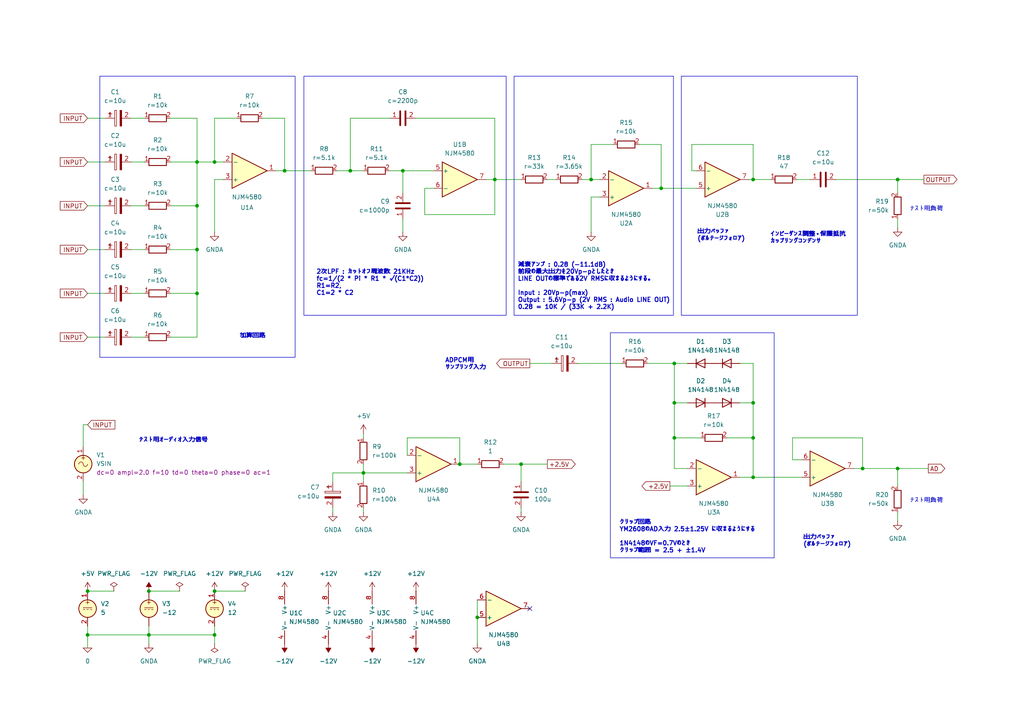
<source format=kicad_sch>
(kicad_sch (version 20250114) (generator "eeschema") (generator_version "9.0")
  (paper "A4")
  (title_block (title "YM2608用オーディオ回路シミュレーション") (date "2025-07-20"))
  (lib_symbols
    (symbol "Amplifier_Operational:NJM4580" (pin_names (offset 0.127))
      (property "Reference" "U" (at 0 5.08 0))
      (property "Value" "NJM4580" (at 0 -5.08 0))
      (symbol "NJM4580_1_1"
        (polyline (pts (xy -5.08 5.08) (xy 5.08 0) (xy -5.08 -5.08) (xy -5.08 5.08)) (stroke (width 0.254)) (fill (type background)))
        (pin input line (at -7.62 2.54 0) (length 2.54) (name "+") (number "3"))
        (pin input line (at -7.62 -2.54 0) (length 2.54) (name "-") (number "2"))
        (pin output line (at 7.62 0 180) (length 2.54) (name "~") (number "1"))
      )
      (symbol "NJM4580_2_1"
        (polyline (pts (xy -5.08 5.08) (xy 5.08 0) (xy -5.08 -5.08) (xy -5.08 5.08)) (stroke (width 0.254)) (fill (type background)))
        (pin input line (at -7.62 2.54 0) (length 2.54) (name "+") (number "5"))
        (pin input line (at -7.62 -2.54 0) (length 2.54) (name "-") (number "6"))
        (pin output line (at 7.62 0 180) (length 2.54) (name "~") (number "7"))
      )
      (symbol "NJM4580_3_1"
        (pin power_in line (at -2.54 7.62 270) (length 3.81) (name "V+") (number "8"))
        (pin power_in line (at -2.54 -7.62 90) (length 3.81) (name "V-") (number "4"))
      )
    )
    (symbol "C_Polarized_1" (pin_names (offset 0.254))
      (property "Reference" "C" (at 0.635 2.54 0))
      (property "Value" "C_Polarized" (at 0.635 -2.54 0))
      (symbol "C_Polarized_1_0_1"
        (rectangle (start -2.286 0.508) (end 2.286 1.016))
        (polyline (pts (xy -1.778 2.286) (xy -0.762 2.286)))
        (polyline (pts (xy -1.27 2.794) (xy -1.27 1.778)))
        (rectangle (start 2.286 -0.508) (end -2.286 -1.016) (fill (type outline)))
      )
      (symbol "C_Polarized_1_1_1"
        (pin passive line (at 0 3.81 270) (length 2.794) (name "~") (number "1"))
        (pin passive line (at 0 -3.81 90) (length 2.794) (name "~") (number "2"))
      )
    )
    (symbol "Device:C" (pin_names (offset 0.254))
      (property "Reference" "C" (at 0.635 2.54 0))
      (property "Value" "C" (at 0.635 -2.54 0))
      (symbol "C_0_1"
        (polyline (pts (xy -2.032 0.762) (xy 2.032 0.762)) (stroke (width 0.508)))
        (polyline (pts (xy -2.032 -0.762) (xy 2.032 -0.762)) (stroke (width 0.508)))
      )
      (symbol "C_1_1"
        (pin passive line (at 0 3.81 270) (length 2.794) (name "~") (number "1"))
        (pin passive line (at 0 -3.81 90) (length 2.794) (name "~") (number "2"))
      )
    )
    (symbol "Diode:1N4148" (pin_numbers (hide yes)) (pin_names (hide yes))
      (property "Reference" "D" (at 0 2.54 0))
      (property "Value" "1N4148" (at 0 -2.54 0))
      (symbol "1N4148_0_1"
        (polyline (pts (xy -1.27 1.27) (xy -1.27 -1.27)) (stroke (width 0.254)))
        (polyline (pts (xy 1.27 1.27) (xy 1.27 -1.27) (xy -1.27 0) (xy 1.27 1.27)) (stroke (width 0.254)))
        (polyline (pts (xy 1.27 0) (xy -1.27 0)))
      )
      (symbol "1N4148_1_1"
        (pin passive line (at -3.81 0 0) (length 2.54) (name "K") (number "1"))
        (pin passive line (at 3.81 0 180) (length 2.54) (name "A") (number "2"))
      )
    )
    (symbol "R_2" (pin_names (offset 0))
      (property "Reference" "R" (at 2.032 0 90))
      (property "Value" "R" (at 0 0 90))
      (symbol "R_2_0_1"
        (rectangle (start -1.016 -2.54) (end 1.016 2.54) (stroke (width 0.254)))
      )
      (symbol "R_2_1_1"
        (pin passive line (at 0 3.81 270) (length 1.27) (name "~") (number "1"))
        (pin passive line (at 0 -3.81 90) (length 1.27) (name "~") (number "2"))
      )
    )
    (symbol "Simulation_SPICE:0" (power) (pin_numbers (hide yes)) (pin_names (offset 0) (hide yes))
      (property "Value" "0" (at 0 -2.54 0))
      (symbol "0_0_1"
        (polyline (pts (xy -1.27 0) (xy 0 -1.27) (xy 1.27 0) (xy -1.27 0)))
      )
      (symbol "0_1_1"
        (pin power_in line (at 0 0 0) (length 0) (name "~") (number "1"))
      )
    )
    (symbol "Simulation_SPICE:VDC" (pin_names (offset 0.0254))
      (property "Reference" "V" (at 2.54 2.54 0))
      (property "Value" "1" (at 2.54 0 0))
      (symbol "VDC_0_0"
        (polyline (pts (xy -1.27 0.254) (xy 1.27 0.254)))
        (polyline (pts (xy -0.762 -0.254) (xy -1.27 -0.254)))
        (polyline (pts (xy 0.254 -0.254) (xy -0.254 -0.254)))
        (polyline (pts (xy 1.27 -0.254) (xy 0.762 -0.254)))
        (text "+" (at 0 1.905 0) (effects (font (size 1.27 1.27))))
      )
      (symbol "VDC_0_1"
        (circle (center 0 0) (radius 2.54) (stroke (width 0.254)) (fill (type background)))
      )
      (symbol "VDC_1_1"
        (pin passive line (at 0 5.08 270) (length 2.54) (name "~") (number "1"))
        (pin passive line (at 0 -5.08 90) (length 2.54) (name "~") (number "2"))
      )
    )
    (symbol "Simulation_SPICE:VSIN" (pin_names (offset 0.0254))
      (property "Reference" "V" (at 2.54 2.54 0))
      (property "Value" "VSIN" (at 2.54 0 0))
      (property "Sim.Params" "dc=0 ampl=1 f=1k ac=1" (at 2.54 -2.54 0))
      (symbol "VSIN_0_0"
        (arc (start -1.27 0) (mid -0.635 0.6323) (end 0 0))
        (arc (start 1.27 0) (mid 0.635 -0.6323) (end 0 0))
        (text "+" (at 0 1.905 0) (effects (font (size 1.27 1.27))))
      )
      (symbol "VSIN_0_1"
        (circle (center 0 0) (radius 2.54) (stroke (width 0.254)) (fill (type background)))
      )
      (symbol "VSIN_1_1"
        (pin passive line (at 0 5.08 270) (length 2.54) (name "~") (number "1"))
        (pin passive line (at 0 -5.08 90) (length 2.54) (name "~") (number "2"))
      )
    )
    (symbol "VDC_1" (pin_numbers (hide yes)) (pin_names (offset 0.0254))
      (property "Reference" "V" (at 2.54 2.54 0))
      (property "Value" "1" (at 2.54 0 0))
      (symbol "VDC_1_0_0"
        (polyline (pts (xy -1.27 0.254) (xy 1.27 0.254)))
        (polyline (pts (xy -0.762 -0.254) (xy -1.27 -0.254)))
        (polyline (pts (xy 0.254 -0.254) (xy -0.254 -0.254)))
        (polyline (pts (xy 1.27 -0.254) (xy 0.762 -0.254)))
        (text "+" (at 0 1.905 0) (effects (font (size 1.27 1.27))))
      )
      (symbol "VDC_1_0_1"
        (circle (center 0 0) (radius 2.54) (stroke (width 0.254)) (fill (type background)))
      )
      (symbol "VDC_1_1_1"
        (pin passive line (at 0 5.08 270) (length 2.54) (name "~") (number "1"))
        (pin passive line (at 0 -5.08 90) (length 2.54) (name "~") (number "2"))
      )
    )
    (symbol "power:+12V" (power) (pin_numbers (hide yes)) (pin_names (offset 0) (hide yes))
      (property "Value" "+12V" (at 0 3.556 0))
      (symbol "+12V_0_1"
        (polyline (pts (xy -0.762 1.27) (xy 0 2.54)))
        (polyline (pts (xy 0 2.54) (xy 0.762 1.27)))
        (polyline (pts (xy 0 0) (xy 0 2.54)))
      )
      (symbol "+12V_1_1"
        (pin power_in line (at 0 0 90) (length 0) (name "~") (number "1"))
      )
    )
    (symbol "power:+5V" (power) (pin_numbers (hide yes)) (pin_names (offset 0) (hide yes))
      (property "Value" "+5V" (at 0 3.556 0))
      (symbol "+5V_0_1"
        (polyline (pts (xy -0.762 1.27) (xy 0 2.54)))
        (polyline (pts (xy 0 2.54) (xy 0.762 1.27)))
        (polyline (pts (xy 0 0) (xy 0 2.54)))
      )
      (symbol "+5V_1_1"
        (pin power_in line (at 0 0 90) (length 0) (name "~") (number "1"))
      )
    )
    (symbol "power:-12V" (power) (pin_numbers (hide yes)) (pin_names (offset 0) (hide yes))
      (property "Value" "-12V" (at 0 3.556 0))
      (symbol "-12V_0_0"
        (pin power_in line (at 0 0 90) (length 0) (name "~") (number "1"))
      )
      (symbol "-12V_0_1"
        (polyline (pts (xy 0 0) (xy 0 1.27) (xy 0.762 1.27) (xy 0 2.54) (xy -0.762 1.27) (xy 0 1.27)) (fill (type outline)))
      )
    )
    (symbol "power:GNDA" (power) (pin_numbers (hide yes)) (pin_names (offset 0) (hide yes))
      (property "Value" "GNDA" (at 0 -3.81 0))
      (symbol "GNDA_0_1"
        (polyline (pts (xy 0 0) (xy 0 -1.27) (xy 1.27 -1.27) (xy 0 -2.54) (xy -1.27 -1.27) (xy 0 -1.27)))
      )
      (symbol "GNDA_1_1"
        (pin power_in line (at 0 0 270) (length 0) (name "~") (number "1"))
      )
    )
    (symbol "power:PWR_FLAG" (power) (pin_numbers (hide yes)) (pin_names (offset 0) (hide yes))
      (property "Value" "PWR_FLAG" (at 0 3.81 0))
      (symbol "PWR_FLAG_0_0"
        (pin power_out line (at 0 0 90) (length 0) (name "~") (number "1"))
      )
      (symbol "PWR_FLAG_0_1"
        (polyline (pts (xy 0 0) (xy 0 1.27) (xy -1.016 1.905) (xy 0 2.54) (xy 1.016 1.905) (xy 0 1.27)))
      )
    )
  )
  (rectangle (start 88.138 22.098) (end 146.812 91.44))
  (rectangle (start 28.956 22.098) (end 85.598 103.632))
  (rectangle (start 149.098 22.098) (end 195.326 91.44))
  (rectangle (start 177.038 96.52) (end 224.536 161.798))
  (rectangle (start 197.612 22.098) (end 248.666 91.44))
  (text "出力バッファ\n(ボルテージフォロア)" (at 232.918 156.972 0) (effects (font (size 1.27 1.27) (thickness 0.254) (bold yes)) (justify left)))
  (text "減衰アンプ : 0.28 (-11.1dB)\n前段の最大出力を20Vp-pとしたとき\nLINE OUTの標準である2V RMSに収まるようにする。\n\nInput : 20Vp-p(max)\nOutput : 5.6Vp-p (2V RMS : Audio LINE OUT)\n0.28 = 10K / (33K + 2.2K)" (at 150.114 83.058 0) (effects (font (size 1.27 1.27) (thickness 0.254) (bold yes)) (justify left)))
  (text "2次LPF : カットオフ周波数 21KHz\nfc=1/(2 * Pi * R1 * √(C1*C2))\nR1=R2,\nC1=2 * C2\n" (at 91.694 82.042 0) (effects (font (size 1.27 1.27) (thickness 0.254) (bold yes)) (justify left)))
  (text "ADPCM用\nサンプリング入力\n" (at 129.032 105.664 0) (effects (font (size 1.27 1.27) (thickness 0.254) (bold yes)) (justify left)))
  (text "インピーダンス調整・保護抵抗\nカップリングコンデンサ" (at 223.266 69.088 0) (effects (font (size 1.27 1.27) (thickness 0.254) (bold yes)) (justify left)))
  (text "クリップ回路\nYM2608のAD入力 2.5±1.25V に収まるようにする\n\n1N4148のVF=0.7Vのとき\nクリップ範囲 = 2.5 + ±1.4V\n" (at 179.578 155.702 0) (effects (font (size 1.27 1.27) (thickness 0.254) (bold yes)) (justify left)))
  (text "テスト用負荷" (at 268.732 60.706 0) (effects (font (size 1.27 1.27))))
  (text "テスト用オーディオ入力信号" (at 40.132 127.762 0) (effects (font (size 1.27 1.27) (thickness 0.254) (bold yes)) (justify left)))
  (text "出力バッファ\n(ボルテージフォロア)" (at 202.184 68.326 0) (effects (font (size 1.27 1.27) (thickness 0.254) (bold yes)) (justify left)))
  (text "テスト用負荷" (at 268.732 145.288 0) (effects (font (size 1.27 1.27))))
  (text "加算回路" (at 69.342 97.536 0) (effects (font (size 1.27 1.27) (thickness 0.254) (bold yes)) (justify left)))
  (junction (at 143.51 52.07))
  (junction (at 62.23 184.15))
  (junction (at 151.13 134.62))
  (junction (at 171.45 52.07))
  (junction (at 218.44 52.07))
  (junction (at 62.23 171.45))
  (junction (at 260.35 135.89))
  (junction (at 105.41 137.16))
  (junction (at 138.43 179.07))
  (junction (at 260.35 52.07))
  (junction (at 191.77 54.61))
  (junction (at 218.44 127))
  (junction (at 57.15 85.09))
  (junction (at 195.58 116.84))
  (junction (at 218.44 116.84))
  (junction (at 82.55 49.53))
  (junction (at 57.15 46.99))
  (junction (at 57.15 72.39))
  (junction (at 195.58 105.41))
  (junction (at 250.19 135.89))
  (junction (at 57.15 59.69))
  (junction (at 25.4 184.15))
  (junction (at 25.4 171.45))
  (junction (at 133.35 134.62))
  (junction (at 43.18 184.15))
  (junction (at 101.6 49.53))
  (junction (at 116.84 49.53))
  (junction (at 195.58 127))
  (junction (at 43.18 171.45))
  (junction (at 218.44 138.43))
  (junction (at 62.23 46.99))
  (no_connect (at 153.67 176.53))
  (wire (pts (xy 260.35 135.89) (xy 269.24 135.89)))
  (wire (pts (xy 146.05 134.62) (xy 151.13 134.62)))
  (wire (pts (xy 260.35 66.04) (xy 260.35 63.5)))
  (wire (pts (xy 195.58 127) (xy 195.58 135.89)))
  (wire (pts (xy 38.1 97.79) (xy 41.91 97.79)))
  (wire (pts (xy 62.23 52.07) (xy 62.23 67.31)))
  (wire (pts (xy 25.4 72.39) (xy 30.48 72.39)))
  (wire (pts (xy 171.45 41.91) (xy 177.8 41.91)))
  (wire (pts (xy 218.44 52.07) (xy 217.17 52.07)))
  (wire (pts (xy 250.19 135.89) (xy 247.65 135.89)))
  (wire (pts (xy 76.2 34.29) (xy 82.55 34.29)))
  (wire (pts (xy 96.52 147.32) (xy 96.52 148.59)))
  (wire (pts (xy 105.41 137.16) (xy 105.41 139.7)))
  (wire (pts (xy 43.18 186.69) (xy 43.18 184.15)))
  (wire (pts (xy 214.63 105.41) (xy 218.44 105.41)))
  (wire (pts (xy 151.13 134.62) (xy 151.13 139.7)))
  (wire (pts (xy 82.55 34.29) (xy 82.55 49.53)))
  (wire (pts (xy 62.23 52.07) (xy 64.77 52.07)))
  (wire (pts (xy 116.84 67.31) (xy 116.84 63.5)))
  (wire (pts (xy 143.51 52.07) (xy 143.51 62.23)))
  (wire (pts (xy 200.66 49.53) (xy 200.66 41.91)))
  (wire (pts (xy 105.41 134.62) (xy 105.41 137.16)))
  (wire (pts (xy 105.41 147.32) (xy 105.41 148.59)))
  (wire (pts (xy 25.4 171.45) (xy 33.02 171.45)))
  (wire (pts (xy 38.1 85.09) (xy 41.91 85.09)))
  (wire (pts (xy 25.4 184.15) (xy 43.18 184.15)))
  (wire (pts (xy 101.6 34.29) (xy 101.6 49.53)))
  (wire (pts (xy 200.66 49.53) (xy 201.93 49.53)))
  (wire (pts (xy 123.19 54.61) (xy 125.73 54.61)))
  (wire (pts (xy 218.44 127) (xy 218.44 138.43)))
  (wire (pts (xy 96.52 139.7) (xy 96.52 137.16)))
  (wire (pts (xy 116.84 49.53) (xy 125.73 49.53)))
  (wire (pts (xy 38.1 46.99) (xy 41.91 46.99)))
  (wire (pts (xy 62.23 184.15) (xy 62.23 186.69)))
  (wire (pts (xy 218.44 105.41) (xy 218.44 116.84)))
  (wire (pts (xy 232.41 133.35) (xy 229.87 133.35)))
  (wire (pts (xy 167.64 105.41) (xy 180.34 105.41)))
  (wire (pts (xy 171.45 57.15) (xy 171.45 67.31)))
  (wire (pts (xy 199.39 140.97) (xy 194.31 140.97)))
  (wire (pts (xy 24.13 123.19) (xy 24.13 129.54)))
  (wire (pts (xy 218.44 116.84) (xy 218.44 127)))
  (wire (pts (xy 171.45 52.07) (xy 171.45 41.91)))
  (wire (pts (xy 195.58 105.41) (xy 199.39 105.41)))
  (wire (pts (xy 25.4 123.19) (xy 24.13 123.19)))
  (wire (pts (xy 57.15 85.09) (xy 57.15 97.79)))
  (wire (pts (xy 218.44 52.07) (xy 223.52 52.07)))
  (wire (pts (xy 62.23 171.45) (xy 71.12 171.45)))
  (wire (pts (xy 57.15 46.99) (xy 57.15 59.69)))
  (wire (pts (xy 123.19 62.23) (xy 123.19 54.61)))
  (wire (pts (xy 49.53 97.79) (xy 57.15 97.79)))
  (wire (pts (xy 214.63 116.84) (xy 218.44 116.84)))
  (wire (pts (xy 38.1 72.39) (xy 41.91 72.39)))
  (wire (pts (xy 260.35 52.07) (xy 267.97 52.07)))
  (wire (pts (xy 43.18 181.61) (xy 43.18 184.15)))
  (wire (pts (xy 260.35 151.13) (xy 260.35 148.59)))
  (wire (pts (xy 43.18 184.15) (xy 62.23 184.15)))
  (wire (pts (xy 231.14 52.07) (xy 234.95 52.07)))
  (wire (pts (xy 158.75 52.07) (xy 161.29 52.07)))
  (wire (pts (xy 57.15 34.29) (xy 57.15 46.99)))
  (wire (pts (xy 116.84 49.53) (xy 116.84 55.88)))
  (wire (pts (xy 133.35 134.62) (xy 138.43 134.62)))
  (wire (pts (xy 49.53 72.39) (xy 57.15 72.39)))
  (wire (pts (xy 118.11 127) (xy 133.35 127)))
  (wire (pts (xy 173.99 52.07) (xy 171.45 52.07)))
  (wire (pts (xy 57.15 72.39) (xy 57.15 59.69)))
  (wire (pts (xy 218.44 138.43) (xy 232.41 138.43)))
  (wire (pts (xy 171.45 57.15) (xy 173.99 57.15)))
  (wire (pts (xy 191.77 54.61) (xy 189.23 54.61)))
  (wire (pts (xy 57.15 46.99) (xy 62.23 46.99)))
  (wire (pts (xy 25.4 97.79) (xy 30.48 97.79)))
  (wire (pts (xy 62.23 46.99) (xy 64.77 46.99)))
  (wire (pts (xy 140.97 52.07) (xy 143.51 52.07)))
  (wire (pts (xy 229.87 133.35) (xy 229.87 127)))
  (wire (pts (xy 101.6 34.29) (xy 113.03 34.29)))
  (wire (pts (xy 24.13 143.51) (xy 24.13 139.7)))
  (wire (pts (xy 229.87 127) (xy 250.19 127)))
  (wire (pts (xy 113.03 49.53) (xy 116.84 49.53)))
  (wire (pts (xy 43.18 171.45) (xy 52.07 171.45)))
  (wire (pts (xy 195.58 116.84) (xy 199.39 116.84)))
  (wire (pts (xy 25.4 46.99) (xy 30.48 46.99)))
  (wire (pts (xy 49.53 59.69) (xy 57.15 59.69)))
  (wire (pts (xy 105.41 125.73) (xy 105.41 127)))
  (wire (pts (xy 62.23 34.29) (xy 62.23 46.99)))
  (wire (pts (xy 191.77 54.61) (xy 201.93 54.61)))
  (wire (pts (xy 118.11 132.08) (xy 118.11 127)))
  (wire (pts (xy 133.35 127) (xy 133.35 134.62)))
  (wire (pts (xy 62.23 181.61) (xy 62.23 184.15)))
  (wire (pts (xy 68.58 34.29) (xy 62.23 34.29)))
  (wire (pts (xy 25.4 34.29) (xy 30.48 34.29)))
  (wire (pts (xy 260.35 135.89) (xy 260.35 140.97)))
  (wire (pts (xy 38.1 34.29) (xy 41.91 34.29)))
  (wire (pts (xy 143.51 52.07) (xy 151.13 52.07)))
  (wire (pts (xy 138.43 173.99) (xy 138.43 179.07)))
  (wire (pts (xy 25.4 184.15) (xy 25.4 187.96)))
  (wire (pts (xy 38.1 59.69) (xy 41.91 59.69)))
  (wire (pts (xy 250.19 127) (xy 250.19 135.89)))
  (wire (pts (xy 143.51 34.29) (xy 143.51 52.07)))
  (wire (pts (xy 138.43 179.07) (xy 138.43 186.69)))
  (wire (pts (xy 25.4 181.61) (xy 25.4 184.15)))
  (wire (pts (xy 218.44 138.43) (xy 214.63 138.43)))
  (wire (pts (xy 185.42 41.91) (xy 191.77 41.91)))
  (wire (pts (xy 168.91 52.07) (xy 171.45 52.07)))
  (wire (pts (xy 218.44 41.91) (xy 218.44 52.07)))
  (wire (pts (xy 120.65 34.29) (xy 143.51 34.29)))
  (wire (pts (xy 195.58 127) (xy 203.2 127)))
  (wire (pts (xy 151.13 147.32) (xy 151.13 148.59)))
  (wire (pts (xy 195.58 105.41) (xy 187.96 105.41)))
  (wire (pts (xy 101.6 49.53) (xy 105.41 49.53)))
  (wire (pts (xy 96.52 137.16) (xy 105.41 137.16)))
  (wire (pts (xy 82.55 49.53) (xy 90.17 49.53)))
  (wire (pts (xy 200.66 41.91) (xy 218.44 41.91)))
  (wire (pts (xy 195.58 105.41) (xy 195.58 116.84)))
  (wire (pts (xy 260.35 52.07) (xy 260.35 55.88)))
  (wire (pts (xy 195.58 135.89) (xy 199.39 135.89)))
  (wire (pts (xy 143.51 62.23) (xy 123.19 62.23)))
  (wire (pts (xy 195.58 116.84) (xy 195.58 127)))
  (wire (pts (xy 25.4 85.09) (xy 30.48 85.09)))
  (wire (pts (xy 49.53 46.99) (xy 57.15 46.99)))
  (wire (pts (xy 242.57 52.07) (xy 260.35 52.07)))
  (wire (pts (xy 210.82 127) (xy 218.44 127)))
  (wire (pts (xy 151.13 134.62) (xy 158.75 134.62)))
  (wire (pts (xy 105.41 137.16) (xy 118.11 137.16)))
  (wire (pts (xy 49.53 85.09) (xy 57.15 85.09)))
  (wire (pts (xy 49.53 34.29) (xy 57.15 34.29)))
  (wire (pts (xy 153.67 105.41) (xy 160.02 105.41)))
  (wire (pts (xy 97.79 49.53) (xy 101.6 49.53)))
  (wire (pts (xy 191.77 41.91) (xy 191.77 54.61)))
  (wire (pts (xy 25.4 59.69) (xy 30.48 59.69)))
  (wire (pts (xy 57.15 85.09) (xy 57.15 72.39)))
  (wire (pts (xy 80.01 49.53) (xy 82.55 49.53)))
  (wire (pts (xy 250.19 135.89) (xy 260.35 135.89)))
  (global_label "AD" (shape output) (at 269.24 135.89 0) (effects (font (thickness 0.1588))) (property "Intersheetrefs" "${INTERSHEET_REFS}" (effects (hide yes))))
  (global_label "INPUT" (shape input) (at 25.4 46.99 180) (property "Intersheetrefs" "${INTERSHEET_REFS}" (effects (hide yes))))
  (global_label "INPUT" (shape input) (at 25.4 34.29 180) (property "Intersheetrefs" "${INTERSHEET_REFS}" (effects (hide yes))))
  (global_label "INPUT" (shape input) (at 25.4 59.69 180) (property "Intersheetrefs" "${INTERSHEET_REFS}" (effects (hide yes))))
  (global_label "OUTPUT" (shape output) (at 267.97 52.07 0) (property "Intersheetrefs" "${INTERSHEET_REFS}" (effects (hide yes))))
  (global_label "INPUT" (shape input) (at 25.4 85.09 180) (property "Intersheetrefs" "${INTERSHEET_REFS}" (effects (hide yes))))
  (global_label "OUTPUT" (shape output) (at 153.67 105.41 180) (property "Intersheetrefs" "${INTERSHEET_REFS}" (effects (hide yes))))
  (global_label "INPUT" (shape input) (at 25.4 97.79 180) (property "Intersheetrefs" "${INTERSHEET_REFS}" (effects (hide yes))))
  (global_label "INPUT" (shape input) (at 25.4 72.39 180) (property "Intersheetrefs" "${INTERSHEET_REFS}" (effects (hide yes))))
  (global_label "+2.5V" (shape output) (at 158.75 134.62 0) (property "Intersheetrefs" "${INTERSHEET_REFS}" (effects (hide yes))))
  (global_label "INPUT" (shape input) (at 25.4 123.19 0) (property "Intersheetrefs" "${INTERSHEET_REFS}" (effects (hide yes))))
  (global_label "+2.5V" (shape output) (at 194.31 140.97 180) (property "Intersheetrefs" "${INTERSHEET_REFS}" (effects (hide yes))))
  (symbol (lib_id "Amplifier_Operational:NJM4580") (at 97.79 179.07 0) (unit 3)
    (property "Reference" "U2" (at 96.52 177.7999 0) (effects (justify left)))
    (property "Value" "NJM4580" (at 96.52 180.3399 0) (effects (justify left)))
    (property "Datasheet" "http://www.njr.com/semicon/PDF/NJM4580_E.pdf" (effects (hide yes)))
    (property "Description" "Dual Operational Amplifier, DIP-8/DMP-8/SIP-8/MSOP-8/SOP-8/SSOP-8" (effects (hide yes)))
    (property "Sim.Library" "NJM4580_v2_NewJRC/njm4580_v2.lib" (effects (hide yes)))
    (property "Sim.Name" "NJM4580" (effects (hide yes)))
    (property "Sim.Device" "SUBCKT" (effects (hide yes)))
    (property "Sim.Pins" "1=OUT1 2=-IN1 3=+IN1 4=V- 5=+IN2 6=-IN2 7=OUT2 8=V+" (effects (hide yes)))
  )
  (symbol (lib_id "power:PWR_FLAG") (at 52.07 171.45 0) (unit 1)
    (property "Reference" "#FLG02" (effects (hide yes)))
    (property "Value" "PWR_FLAG" (at 52.07 166.37 0))
    (property "Description" "Special symbol for telling ERC where power comes from" (effects (hide yes)))
  )
  (symbol (lib_id "Diode:1N4148") (at 203.2 105.41 0) (unit 1)
    (property "Reference" "D1" (at 203.2 99.06 0))
    (property "Value" "1N4148" (at 203.2 101.6 0))
    (property "Footprint" "Diode_THT:D_DO-35_SOD27_P7.62mm_Horizontal" (effects (hide yes)))
    (property "Datasheet" "https://assets.nexperia.com/documents/data-sheet/1N4148_1N4448.pdf" (effects (hide yes)))
    (property "Description" "100V 0.15A standard switching diode, DO-35" (effects (hide yes)))
    (property "Sim.Device" "D" (effects (hide yes)))
    (property "Sim.Pins" "1=A 2=K" (effects (hide yes)))
    (property "Sim.Library" "1N4148/1N4148.spice" (effects (hide yes)))
    (property "Sim.Name" "M_1N4148" (effects (hide yes)))
  )
  (symbol (lib_id "power:GNDA") (at 260.35 66.04 0) (mirror y) (unit 1)
    (property "Reference" "#PWR022" (effects (hide yes)))
    (property "Value" "GNDA" (at 260.35 71.12 0))
    (property "Description" "Power symbol creates a global label with name \"GNDA\" , analog ground" (effects (hide yes)))
  )
  (symbol (lib_id "Simulation_SPICE:VSIN") (at 24.13 134.62 0) (unit 1)
    (property "Reference" "V1" (at 27.94 131.9501 0) (effects (justify left)))
    (property "Value" "VSIN" (at 27.94 134.4901 0) (effects (justify left)))
    (property "Datasheet" "https://ngspice.sourceforge.io/docs/ngspice-html-manual/manual.xhtml#sec_Independent_Sources_for" (effects (hide yes)))
    (property "Description" "Voltage source, sinusoidal" (effects (hide yes)))
    (property "Sim.Pins" "1=+ 2=-" (effects (hide yes)))
    (property "Sim.Params" "dc=0 ampl=2.0 f=10 td=0 theta=0 phase=0 ac=1" (at 27.94 137.0301 0) (effects (justify left)))
    (property "Sim.Type" "SIN" (effects (hide yes)))
    (property "Sim.Device" "V" (effects (hide yes)))
  )
  (symbol (lib_id "Simulation_SPICE:VDC") (at 25.4 176.53 0) (unit 1)
    (property "Reference" "V2" (at 29.21 175.1301 0) (effects (justify left)))
    (property "Value" "5" (at 29.21 177.6701 0) (effects (justify left)))
    (property "Datasheet" "https://ngspice.sourceforge.io/docs/ngspice-html-manual/manual.xhtml#sec_Independent_Sources_for" (effects (hide yes)))
    (property "Description" "Voltage source, DC" (effects (hide yes)))
    (property "Sim.Pins" "1=+ 2=-" (effects (hide yes)))
    (property "Sim.Type" "DC" (effects (hide yes)))
    (property "Sim.Device" "V" (effects (hide yes)))
  )
  (symbol (lib_id "power:GNDA") (at 171.45 67.31 0) (mirror y) (unit 1)
    (property "Reference" "#PWR021" (effects (hide yes)))
    (property "Value" "GNDA" (at 171.45 72.39 0))
    (property "Description" "Power symbol creates a global label with name \"GNDA\" , analog ground" (effects (hide yes)))
  )
  (symbol (lib_id "power:GNDA") (at 96.52 148.59 0) (mirror y) (unit 1)
    (property "Reference" "#PWR011" (effects (hide yes)))
    (property "Value" "GNDA" (at 96.52 153.67 0))
    (property "Description" "Power symbol creates a global label with name \"GNDA\" , analog ground" (effects (hide yes)))
  )
  (symbol (lib_id "power:-12V") (at 82.55 186.69 0) (mirror x) (unit 1)
    (property "Reference" "#PWR08" (effects (hide yes)))
    (property "Value" "-12V" (at 82.55 191.77 0))
    (property "Description" "Power symbol creates a global label with name \"-12V\"" (effects (hide yes)))
  )
  (symbol (lib_id "power:-12V") (at 120.65 186.69 0) (mirror x) (unit 1)
    (property "Reference" "#PWR018" (effects (hide yes)))
    (property "Value" "-12V" (at 120.65 191.77 0))
    (property "Description" "Power symbol creates a global label with name \"-12V\"" (effects (hide yes)))
  )
  (symbol (lib_id "power:PWR_FLAG") (at 33.02 171.45 0) (unit 1)
    (property "Reference" "#FLG01" (effects (hide yes)))
    (property "Value" "PWR_FLAG" (at 33.02 166.37 0))
    (property "Description" "Special symbol for telling ERC where power comes from" (effects (hide yes)))
  )
  (symbol (lib_name "R_2") (lib_id "Device:R") (at 72.39 34.29 90) (mirror x) (unit 1)
    (property "Reference" "R7" (at 72.39 27.94 90))
    (property "Value" "${SIM.PARAMS}" (at 72.39 30.48 90))
    (property "Description" "Resistor" (effects (hide yes)))
    (property "Sim.Device" "R" (effects (hide yes)))
    (property "Sim.Pins" "1=- 2=+" (effects (hide yes)))
    (property "Sim.Params" "r=10k" (effects (hide yes)))
  )
  (symbol (lib_id "power:-12V") (at 43.18 171.45 0) (unit 1)
    (property "Reference" "#PWR03" (effects (hide yes)))
    (property "Value" "-12V" (at 43.18 166.37 0))
    (property "Description" "Power symbol creates a global label with name \"-12V\"" (effects (hide yes)))
  )
  (symbol (lib_name "R_2") (lib_id "Device:R") (at 260.35 144.78 0) (mirror x) (unit 1)
    (property "Reference" "R20" (at 257.81 143.5099 0) (effects (justify right)))
    (property "Value" "${SIM.PARAMS}" (at 257.81 146.0499 0) (effects (justify right)))
    (property "Description" "Resistor" (effects (hide yes)))
    (property "Sim.Device" "R" (effects (hide yes)))
    (property "Sim.Pins" "1=- 2=+" (effects (hide yes)))
    (property "Sim.Params" "r=50k" (effects (hide yes)))
  )
  (symbol (lib_id "Diode:1N4148") (at 210.82 116.84 0) (mirror y) (unit 1)
    (property "Reference" "D4" (at 210.82 110.49 0))
    (property "Value" "1N4148" (at 210.82 113.03 0))
    (property "Footprint" "Diode_THT:D_DO-35_SOD27_P7.62mm_Horizontal" (effects (hide yes)))
    (property "Datasheet" "https://assets.nexperia.com/documents/data-sheet/1N4148_1N4448.pdf" (effects (hide yes)))
    (property "Description" "100V 0.15A standard switching diode, DO-35" (effects (hide yes)))
    (property "Sim.Device" "D" (effects (hide yes)))
    (property "Sim.Pins" "1=A 2=K" (effects (hide yes)))
    (property "Sim.Library" "1N4148/1N4148.spice" (effects (hide yes)))
    (property "Sim.Name" "M_1N4148" (effects (hide yes)))
  )
  (symbol (lib_name "R_2") (lib_id "Device:R") (at 165.1 52.07 90) (mirror x) (unit 1)
    (property "Reference" "R14" (at 165.1 45.72 90))
    (property "Value" "${SIM.PARAMS}" (at 165.1 48.26 90))
    (property "Description" "Resistor" (effects (hide yes)))
    (property "Sim.Device" "R" (effects (hide yes)))
    (property "Sim.Pins" "1=- 2=+" (effects (hide yes)))
    (property "Sim.Params" "r=3.65k" (effects (hide yes)))
  )
  (symbol (lib_id "Amplifier_Operational:NJM4580") (at 123.19 179.07 0) (unit 3)
    (property "Reference" "U4" (at 121.92 177.7999 0) (effects (justify left)))
    (property "Value" "NJM4580" (at 121.92 180.3399 0) (effects (justify left)))
    (property "Datasheet" "http://www.njr.com/semicon/PDF/NJM4580_E.pdf" (effects (hide yes)))
    (property "Description" "Dual Operational Amplifier, DIP-8/DMP-8/SIP-8/MSOP-8/SOP-8/SSOP-8" (effects (hide yes)))
    (property "Sim.Library" "NJM4580_v2_NewJRC/njm4580_v2.lib" (effects (hide yes)))
    (property "Sim.Name" "NJM4580" (effects (hide yes)))
    (property "Sim.Device" "SUBCKT" (effects (hide yes)))
    (property "Sim.Pins" "1=OUT1 2=-IN1 3=+IN1 4=V- 5=+IN2 6=-IN2 7=OUT2 8=V+" (effects (hide yes)))
  )
  (symbol (lib_id "power:+12V") (at 107.95 171.45 0) (unit 1)
    (property "Reference" "#PWR014" (effects (hide yes)))
    (property "Value" "+12V" (at 107.95 166.37 0))
    (property "Description" "Power symbol creates a global label with name \"+12V\"" (effects (hide yes)))
  )
  (symbol (lib_name "R_2") (lib_id "Device:R") (at 260.35 59.69 0) (mirror x) (unit 1)
    (property "Reference" "R19" (at 257.81 58.4199 0) (effects (justify right)))
    (property "Value" "${SIM.PARAMS}" (at 257.81 60.9599 0) (effects (justify right)))
    (property "Description" "Resistor" (effects (hide yes)))
    (property "Sim.Device" "R" (effects (hide yes)))
    (property "Sim.Pins" "1=- 2=+" (effects (hide yes)))
    (property "Sim.Params" "r=50k" (effects (hide yes)))
  )
  (symbol (lib_id "power:-12V") (at 95.25 186.69 0) (mirror x) (unit 1)
    (property "Reference" "#PWR010" (effects (hide yes)))
    (property "Value" "-12V" (at 95.25 191.77 0))
    (property "Description" "Power symbol creates a global label with name \"-12V\"" (effects (hide yes)))
  )
  (symbol (lib_id "Amplifier_Operational:NJM4580") (at 110.49 179.07 0) (unit 3)
    (property "Reference" "U3" (at 109.22 177.7999 0) (effects (justify left)))
    (property "Value" "NJM4580" (at 109.22 180.3399 0) (effects (justify left)))
    (property "Datasheet" "http://www.njr.com/semicon/PDF/NJM4580_E.pdf" (effects (hide yes)))
    (property "Description" "Dual Operational Amplifier, DIP-8/DMP-8/SIP-8/MSOP-8/SOP-8/SSOP-8" (effects (hide yes)))
    (property "Sim.Library" "NJM4580_v2_NewJRC/njm4580_v2.lib" (effects (hide yes)))
    (property "Sim.Name" "NJM4580" (effects (hide yes)))
    (property "Sim.Device" "SUBCKT" (effects (hide yes)))
    (property "Sim.Pins" "1=OUT1 2=-IN1 3=+IN1 4=V- 5=+IN2 6=-IN2 7=OUT2 8=V+" (effects (hide yes)))
  )
  (symbol (lib_name "VDC_1") (lib_id "Simulation_SPICE:VDC") (at 43.18 176.53 0) (unit 1)
    (property "Reference" "V3" (at 46.99 175.1301 0) (effects (justify left)))
    (property "Value" "-12" (at 46.99 177.6701 0) (effects (justify left)))
    (property "Datasheet" "https://ngspice.sourceforge.io/docs/ngspice-html-manual/manual.xhtml#sec_Independent_Sources_for" (effects (hide yes)))
    (property "Description" "Voltage source, DC" (effects (hide yes)))
    (property "Sim.Pins" "1=+ 2=-" (effects (hide yes)))
    (property "Sim.Type" "DC" (effects (hide yes)))
    (property "Sim.Device" "V" (effects (hide yes)))
  )
  (symbol (lib_id "power:GNDA") (at 138.43 186.69 0) (mirror y) (unit 1)
    (property "Reference" "#PWR019" (effects (hide yes)))
    (property "Value" "GNDA" (at 138.43 191.77 0))
    (property "Description" "Power symbol creates a global label with name \"GNDA\" , analog ground" (effects (hide yes)))
  )
  (symbol (lib_id "Simulation_SPICE:VDC") (at 62.23 176.53 0) (unit 1)
    (property "Reference" "V4" (at 66.04 175.1301 0) (effects (justify left)))
    (property "Value" "12" (at 66.04 177.6701 0) (effects (justify left)))
    (property "Datasheet" "https://ngspice.sourceforge.io/docs/ngspice-html-manual/manual.xhtml#sec_Independent_Sources_for" (effects (hide yes)))
    (property "Description" "Voltage source, DC" (effects (hide yes)))
    (property "Sim.Pins" "1=+ 2=-" (effects (hide yes)))
    (property "Sim.Type" "DC" (effects (hide yes)))
    (property "Sim.Device" "V" (effects (hide yes)))
  )
  (symbol (lib_name "R_2") (lib_id "Device:R") (at 45.72 85.09 90) (mirror x) (unit 1)
    (property "Reference" "R5" (at 45.72 78.74 90))
    (property "Value" "${SIM.PARAMS}" (at 45.72 81.28 90))
    (property "Description" "Resistor" (effects (hide yes)))
    (property "Sim.Device" "R" (effects (hide yes)))
    (property "Sim.Pins" "1=- 2=+" (effects (hide yes)))
    (property "Sim.Params" "r=10k" (effects (hide yes)))
  )
  (symbol (lib_id "Amplifier_Operational:NJM4580") (at 240.03 135.89 0) (mirror x) (unit 2)
    (property "Reference" "U3" (at 240.03 146.05 0))
    (property "Value" "NJM4580" (at 240.03 143.51 0))
    (property "Datasheet" "http://www.njr.com/semicon/PDF/NJM4580_E.pdf" (effects (hide yes)))
    (property "Description" "Dual Operational Amplifier, DIP-8/DMP-8/SIP-8/MSOP-8/SOP-8/SSOP-8" (effects (hide yes)))
    (property "Sim.Library" "NJM4580_v2_NewJRC/njm4580_v2.lib" (effects (hide yes)))
    (property "Sim.Name" "NJM4580" (effects (hide yes)))
    (property "Sim.Device" "SUBCKT" (effects (hide yes)))
    (property "Sim.Pins" "1=OUT1 2=-IN1 3=+IN1 4=V- 5=+IN2 6=-IN2 7=OUT2 8=V+" (effects (hide yes)))
  )
  (symbol (lib_name "R_2") (lib_id "Device:R") (at 45.72 59.69 90) (mirror x) (unit 1)
    (property "Reference" "R3" (at 45.72 53.34 90))
    (property "Value" "${SIM.PARAMS}" (at 45.72 55.88 90))
    (property "Description" "Resistor" (effects (hide yes)))
    (property "Sim.Device" "R" (effects (hide yes)))
    (property "Sim.Pins" "1=- 2=+" (effects (hide yes)))
    (property "Sim.Params" "r=10k" (effects (hide yes)))
  )
  (symbol (lib_id "power:+12V") (at 95.25 171.45 0) (unit 1)
    (property "Reference" "#PWR09" (effects (hide yes)))
    (property "Value" "+12V" (at 95.25 166.37 0))
    (property "Description" "Power symbol creates a global label with name \"+12V\"" (effects (hide yes)))
  )
  (symbol (lib_id "Device:C") (at 116.84 34.29 90) (unit 1)
    (property "Reference" "C8" (at 116.84 26.67 90))
    (property "Value" "${SIM.PARAMS}" (at 116.84 29.21 90))
    (property "Description" "Unpolarized capacitor" (effects (hide yes)))
    (property "Sim.Device" "C" (effects (hide yes)))
    (property "Sim.Type" "=" (effects (hide yes)))
    (property "Sim.Params" "c=2200p" (effects (hide yes)))
    (property "Sim.Pins" "1=+ 2=-" (effects (hide yes)))
  )
  (symbol (lib_id "Device:C") (at 116.84 59.69 0) (mirror x) (unit 1)
    (property "Reference" "C9" (at 113.03 58.4199 0) (effects (justify right)))
    (property "Value" "${SIM.PARAMS}" (at 113.03 60.9599 0) (effects (justify right)))
    (property "Description" "Unpolarized capacitor" (effects (hide yes)))
    (property "Sim.Device" "C" (effects (hide yes)))
    (property "Sim.Type" "=" (effects (hide yes)))
    (property "Sim.Params" "c=1000p" (effects (hide yes)))
    (property "Sim.Pins" "1=+ 2=-" (effects (hide yes)))
  )
  (symbol (lib_id "Amplifier_Operational:NJM4580") (at 146.05 176.53 0) (mirror x) (unit 2)
    (property "Reference" "U4" (at 146.05 186.69 0))
    (property "Value" "NJM4580" (at 146.05 184.15 0))
    (property "Datasheet" "http://www.njr.com/semicon/PDF/NJM4580_E.pdf" (effects (hide yes)))
    (property "Description" "Dual Operational Amplifier, DIP-8/DMP-8/SIP-8/MSOP-8/SOP-8/SSOP-8" (effects (hide yes)))
    (property "Sim.Library" "NJM4580_v2_NewJRC/njm4580_v2.lib" (effects (hide yes)))
    (property "Sim.Name" "NJM4580" (effects (hide yes)))
    (property "Sim.Device" "SUBCKT" (effects (hide yes)))
    (property "Sim.Pins" "1=OUT1 2=-IN1 3=+IN1 4=V- 5=+IN2 6=-IN2 7=OUT2 8=V+" (effects (hide yes)))
  )
  (symbol (lib_name "R_2") (lib_id "Device:R") (at 109.22 49.53 90) (mirror x) (unit 1)
    (property "Reference" "R11" (at 109.22 43.18 90))
    (property "Value" "${SIM.PARAMS}" (at 109.22 45.72 90))
    (property "Description" "Resistor" (effects (hide yes)))
    (property "Sim.Device" "R" (effects (hide yes)))
    (property "Sim.Pins" "1=- 2=+" (effects (hide yes)))
    (property "Sim.Params" "r=5.1k" (effects (hide yes)))
  )
  (symbol (lib_name "C_Polarized_1") (lib_id "Device:C_Polarized") (at 34.29 97.79 90) (mirror x) (unit 1)
    (property "Reference" "C6" (at 33.401 90.17 90))
    (property "Value" "${SIM.PARAMS}" (at 33.401 92.71 90))
    (property "Description" "Polarized capacitor" (effects (hide yes)))
    (property "Sim.Device" "C" (effects (hide yes)))
    (property "Sim.Pins" "1=+ 2=-" (effects (hide yes)))
    (property "Sim.Params" "c=10u" (effects (hide yes)))
  )
  (symbol (lib_name "C_Polarized_1") (lib_id "Device:C_Polarized") (at 96.52 143.51 0) (unit 1)
    (property "Reference" "C7" (at 92.71 141.3509 0) (effects (justify right)))
    (property "Value" "${SIM.PARAMS}" (at 92.71 143.8909 0) (effects (justify right)))
    (property "Description" "Polarized capacitor" (effects (hide yes)))
    (property "Sim.Device" "C" (effects (hide yes)))
    (property "Sim.Pins" "1=+ 2=-" (effects (hide yes)))
    (property "Sim.Params" "c=10u" (effects (hide yes)))
  )
  (symbol (lib_id "Amplifier_Operational:NJM4580") (at 133.35 52.07 0) (unit 2)
    (property "Reference" "U1" (at 133.35 41.91 0))
    (property "Value" "NJM4580" (at 133.35 44.45 0))
    (property "Datasheet" "http://www.njr.com/semicon/PDF/NJM4580_E.pdf" (effects (hide yes)))
    (property "Description" "Dual Operational Amplifier, DIP-8/DMP-8/SIP-8/MSOP-8/SOP-8/SSOP-8" (effects (hide yes)))
    (property "Sim.Library" "NJM4580_v2_NewJRC/njm4580_v2.lib" (effects (hide yes)))
    (property "Sim.Name" "NJM4580" (effects (hide yes)))
    (property "Sim.Device" "SUBCKT" (effects (hide yes)))
    (property "Sim.Pins" "1=OUT1 2=-IN1 3=+IN1 4=V- 5=+IN2 6=-IN2 7=OUT2 8=V+" (effects (hide yes)))
  )
  (symbol (lib_id "Diode:1N4148") (at 210.82 105.41 0) (unit 1)
    (property "Reference" "D3" (at 210.82 99.06 0))
    (property "Value" "1N4148" (at 210.82 101.6 0))
    (property "Footprint" "Diode_THT:D_DO-35_SOD27_P7.62mm_Horizontal" (effects (hide yes)))
    (property "Datasheet" "https://assets.nexperia.com/documents/data-sheet/1N4148_1N4448.pdf" (effects (hide yes)))
    (property "Description" "100V 0.15A standard switching diode, DO-35" (effects (hide yes)))
    (property "Sim.Device" "D" (effects (hide yes)))
    (property "Sim.Pins" "1=A 2=K" (effects (hide yes)))
    (property "Sim.Library" "1N4148/1N4148.spice" (effects (hide yes)))
    (property "Sim.Name" "M_1N4148" (effects (hide yes)))
  )
  (symbol (lib_id "Amplifier_Operational:NJM4580") (at 72.39 49.53 0) (mirror x) (unit 1)
    (property "Reference" "U1" (at 71.628 60.198 0))
    (property "Value" "NJM4580" (at 71.628 57.15 0))
    (property "Datasheet" "http://www.njr.com/semicon/PDF/NJM4580_E.pdf" (effects (hide yes)))
    (property "Description" "Dual Operational Amplifier, DIP-8/DMP-8/SIP-8/MSOP-8/SOP-8/SSOP-8" (effects (hide yes)))
    (property "Sim.Library" "NJM4580_v2_NewJRC/njm4580_v2.lib" (effects (hide yes)))
    (property "Sim.Name" "NJM4580" (effects (hide yes)))
    (property "Sim.Device" "SUBCKT" (effects (hide yes)))
    (property "Sim.Pins" "1=OUT1 2=-IN1 3=+IN1 4=V- 5=+IN2 6=-IN2 7=OUT2 8=V+" (effects (hide yes)))
  )
  (symbol (lib_id "power:GNDA") (at 151.13 148.59 0) (mirror y) (unit 1)
    (property "Reference" "#PWR020" (effects (hide yes)))
    (property "Value" "GNDA" (at 151.13 153.67 0))
    (property "Description" "Power symbol creates a global label with name \"GNDA\" , analog ground" (effects (hide yes)))
  )
  (symbol (lib_id "power:PWR_FLAG") (at 62.23 186.69 0) (mirror x) (unit 1)
    (property "Reference" "#FLG03" (effects (hide yes)))
    (property "Value" "PWR_FLAG" (at 62.23 191.77 0))
    (property "Description" "Special symbol for telling ERC where power comes from" (effects (hide yes)))
  )
  (symbol (lib_name "C_Polarized_1") (lib_id "Device:C_Polarized") (at 34.29 72.39 90) (mirror x) (unit 1)
    (property "Reference" "C4" (at 33.401 64.77 90))
    (property "Value" "${SIM.PARAMS}" (at 33.401 67.31 90))
    (property "Description" "Polarized capacitor" (effects (hide yes)))
    (property "Sim.Device" "C" (effects (hide yes)))
    (property "Sim.Pins" "1=+ 2=-" (effects (hide yes)))
    (property "Sim.Params" "c=10u" (effects (hide yes)))
  )
  (symbol (lib_id "power:GNDA") (at 260.35 151.13 0) (mirror y) (unit 1)
    (property "Reference" "#PWR023" (effects (hide yes)))
    (property "Value" "GNDA" (at 260.35 156.21 0))
    (property "Description" "Power symbol creates a global label with name \"GNDA\" , analog ground" (effects (hide yes)))
  )
  (symbol (lib_id "Device:C") (at 238.76 52.07 90) (unit 1)
    (property "Reference" "C12" (at 238.76 44.45 90))
    (property "Value" "${SIM.PARAMS}" (at 238.76 46.99 90))
    (property "Description" "Unpolarized capacitor" (effects (hide yes)))
    (property "Sim.Device" "C" (effects (hide yes)))
    (property "Sim.Type" "=" (effects (hide yes)))
    (property "Sim.Params" "c=10u" (effects (hide yes)))
    (property "Sim.Pins" "1=+ 2=-" (effects (hide yes)))
  )
  (symbol (lib_id "power:GNDA") (at 105.41 148.59 0) (mirror y) (unit 1)
    (property "Reference" "#PWR013" (effects (hide yes)))
    (property "Value" "GNDA" (at 105.41 153.67 0))
    (property "Description" "Power symbol creates a global label with name \"GNDA\" , analog ground" (effects (hide yes)))
  )
  (symbol (lib_name "R_2") (lib_id "Device:R") (at 45.72 34.29 90) (mirror x) (unit 1)
    (property "Reference" "R1" (at 45.72 27.94 90))
    (property "Value" "${SIM.PARAMS}" (at 45.72 30.48 90))
    (property "Description" "Resistor" (effects (hide yes)))
    (property "Sim.Device" "R" (effects (hide yes)))
    (property "Sim.Pins" "1=- 2=+" (effects (hide yes)))
    (property "Sim.Params" "r=10k" (effects (hide yes)))
  )
  (symbol (lib_name "R_2") (lib_id "Device:R") (at 181.61 41.91 90) (mirror x) (unit 1)
    (property "Reference" "R15" (at 181.61 35.56 90))
    (property "Value" "${SIM.PARAMS}" (at 181.61 38.1 90))
    (property "Description" "Resistor" (effects (hide yes)))
    (property "Sim.Device" "R" (effects (hide yes)))
    (property "Sim.Pins" "1=- 2=+" (effects (hide yes)))
    (property "Sim.Params" "r=10k" (effects (hide yes)))
  )
  (symbol (lib_id "Amplifier_Operational:NJM4580") (at 125.73 134.62 0) (mirror x) (unit 1)
    (property "Reference" "U4" (at 125.73 144.78 0))
    (property "Value" "NJM4580" (at 125.73 142.24 0))
    (property "Datasheet" "http://www.njr.com/semicon/PDF/NJM4580_E.pdf" (effects (hide yes)))
    (property "Description" "Dual Operational Amplifier, DIP-8/DMP-8/SIP-8/MSOP-8/SOP-8/SSOP-8" (effects (hide yes)))
    (property "Sim.Library" "NJM4580_v2_NewJRC/njm4580_v2.lib" (effects (hide yes)))
    (property "Sim.Name" "NJM4580" (effects (hide yes)))
    (property "Sim.Device" "SUBCKT" (effects (hide yes)))
    (property "Sim.Pins" "1=OUT1 2=-IN1 3=+IN1 4=V- 5=+IN2 6=-IN2 7=OUT2 8=V+" (effects (hide yes)))
  )
  (symbol (lib_name "R_2") (lib_id "Device:R") (at 207.01 127 90) (mirror x) (unit 1)
    (property "Reference" "R17" (at 207.01 120.65 90))
    (property "Value" "${SIM.PARAMS}" (at 207.01 123.19 90))
    (property "Description" "Resistor" (effects (hide yes)))
    (property "Sim.Device" "R" (effects (hide yes)))
    (property "Sim.Pins" "1=- 2=+" (effects (hide yes)))
    (property "Sim.Params" "r=10k" (effects (hide yes)))
  )
  (symbol (lib_id "Simulation_SPICE:0") (at 25.4 187.96 0) (unit 1)
    (property "Reference" "#GND01" (effects (hide yes)))
    (property "Value" "0" (at 25.4 191.77 0))
    (property "Datasheet" "https://ngspice.sourceforge.io/docs/ngspice-html-manual/manual.xhtml#subsec_Circuit_elements__device" (effects (hide yes)))
    (property "Description" "0V reference potential for simulation" (effects (hide yes)))
  )
  (symbol (lib_id "Diode:1N4148") (at 203.2 116.84 0) (mirror y) (unit 1)
    (property "Reference" "D2" (at 203.2 110.49 0))
    (property "Value" "1N4148" (at 203.2 113.03 0))
    (property "Footprint" "Diode_THT:D_DO-35_SOD27_P7.62mm_Horizontal" (effects (hide yes)))
    (property "Datasheet" "https://assets.nexperia.com/documents/data-sheet/1N4148_1N4448.pdf" (effects (hide yes)))
    (property "Description" "100V 0.15A standard switching diode, DO-35" (effects (hide yes)))
    (property "Sim.Device" "D" (effects (hide yes)))
    (property "Sim.Pins" "1=A 2=K" (effects (hide yes)))
    (property "Sim.Library" "1N4148/1N4148.spice" (effects (hide yes)))
    (property "Sim.Name" "M_1N4148" (effects (hide yes)))
  )
  (symbol (lib_name "C_Polarized_1") (lib_id "Device:C_Polarized") (at 34.29 59.69 90) (mirror x) (unit 1)
    (property "Reference" "C3" (at 33.401 52.07 90))
    (property "Value" "${SIM.PARAMS}" (at 33.401 54.61 90))
    (property "Description" "Polarized capacitor" (effects (hide yes)))
    (property "Sim.Device" "C" (effects (hide yes)))
    (property "Sim.Pins" "1=+ 2=-" (effects (hide yes)))
    (property "Sim.Params" "c=10u" (effects (hide yes)))
  )
  (symbol (lib_id "power:GNDA") (at 24.13 143.51 0) (mirror y) (unit 1)
    (property "Reference" "#PWR01" (effects (hide yes)))
    (property "Value" "GNDA" (at 24.13 148.59 0))
    (property "Description" "Power symbol creates a global label with name \"GNDA\" , analog ground" (effects (hide yes)))
  )
  (symbol (lib_name "R_2") (lib_id "Device:R") (at 105.41 130.81 0) (mirror y) (unit 1)
    (property "Reference" "R9" (at 107.95 129.5399 0) (effects (justify right)))
    (property "Value" "${SIM.PARAMS}" (at 107.95 132.0799 0) (effects (justify right)))
    (property "Description" "Resistor" (effects (hide yes)))
    (property "Sim.Device" "R" (effects (hide yes)))
    (property "Sim.Pins" "1=- 2=+" (effects (hide yes)))
    (property "Sim.Params" "r=100k" (effects (hide yes)))
  )
  (symbol (lib_id "Amplifier_Operational:NJM4580") (at 181.61 54.61 0) (mirror x) (unit 1)
    (property "Reference" "U2" (at 181.61 64.77 0))
    (property "Value" "NJM4580" (at 181.61 62.23 0))
    (property "Datasheet" "http://www.njr.com/semicon/PDF/NJM4580_E.pdf" (effects (hide yes)))
    (property "Description" "Dual Operational Amplifier, DIP-8/DMP-8/SIP-8/MSOP-8/SOP-8/SSOP-8" (effects (hide yes)))
    (property "Sim.Library" "NJM4580_v2_NewJRC/njm4580_v2.lib" (effects (hide yes)))
    (property "Sim.Name" "NJM4580" (effects (hide yes)))
    (property "Sim.Device" "SUBCKT" (effects (hide yes)))
    (property "Sim.Pins" "1=OUT1 2=-IN1 3=+IN1 4=V- 5=+IN2 6=-IN2 7=OUT2 8=V+" (effects (hide yes)))
  )
  (symbol (lib_id "power:+5V") (at 105.41 125.73 0) (unit 1)
    (property "Reference" "#PWR012" (effects (hide yes)))
    (property "Value" "+5V" (at 105.41 120.65 0))
    (property "Description" "Power symbol creates a global label with name \"+5V\"" (effects (hide yes)))
  )
  (symbol (lib_name "C_Polarized_1") (lib_id "Device:C_Polarized") (at 163.83 105.41 90) (mirror x) (unit 1)
    (property "Reference" "C11" (at 162.941 97.79 90))
    (property "Value" "${SIM.PARAMS}" (at 162.941 100.33 90))
    (property "Description" "Polarized capacitor" (effects (hide yes)))
    (property "Sim.Device" "C" (effects (hide yes)))
    (property "Sim.Pins" "1=+ 2=-" (effects (hide yes)))
    (property "Sim.Params" "c=10u" (effects (hide yes)))
  )
  (symbol (lib_name "R_2") (lib_id "Device:R") (at 93.98 49.53 90) (mirror x) (unit 1)
    (property "Reference" "R8" (at 93.98 43.18 90))
    (property "Value" "${SIM.PARAMS}" (at 93.98 45.72 90))
    (property "Description" "Resistor" (effects (hide yes)))
    (property "Sim.Device" "R" (effects (hide yes)))
    (property "Sim.Pins" "1=- 2=+" (effects (hide yes)))
    (property "Sim.Params" "r=5.1k" (effects (hide yes)))
  )
  (symbol (lib_id "power:-12V") (at 107.95 186.69 0) (mirror x) (unit 1)
    (property "Reference" "#PWR015" (effects (hide yes)))
    (property "Value" "-12V" (at 107.95 191.77 0))
    (property "Description" "Power symbol creates a global label with name \"-12V\"" (effects (hide yes)))
  )
  (symbol (lib_name "R_2") (lib_id "Device:R") (at 45.72 46.99 90) (mirror x) (unit 1)
    (property "Reference" "R2" (at 45.72 40.64 90))
    (property "Value" "${SIM.PARAMS}" (at 45.72 43.18 90))
    (property "Description" "Resistor" (effects (hide yes)))
    (property "Sim.Device" "R" (effects (hide yes)))
    (property "Sim.Pins" "1=- 2=+" (effects (hide yes)))
    (property "Sim.Params" "r=10k" (effects (hide yes)))
  )
  (symbol (lib_name "R_2") (lib_id "Device:R") (at 154.94 52.07 90) (mirror x) (unit 1)
    (property "Reference" "R13" (at 154.94 45.72 90))
    (property "Value" "${SIM.PARAMS}" (at 154.94 48.26 90))
    (property "Description" "Resistor" (effects (hide yes)))
    (property "Sim.Device" "R" (effects (hide yes)))
    (property "Sim.Pins" "1=- 2=+" (effects (hide yes)))
    (property "Sim.Params" "r=33k" (effects (hide yes)))
  )
  (symbol (lib_id "power:+12V") (at 120.65 171.45 0) (unit 1)
    (property "Reference" "#PWR017" (effects (hide yes)))
    (property "Value" "+12V" (at 120.65 166.37 0))
    (property "Description" "Power symbol creates a global label with name \"+12V\"" (effects (hide yes)))
  )
  (symbol (lib_name "R_2") (lib_id "Device:R") (at 184.15 105.41 90) (mirror x) (unit 1)
    (property "Reference" "R16" (at 184.15 99.06 90))
    (property "Value" "${SIM.PARAMS}" (at 184.15 101.6 90))
    (property "Description" "Resistor" (effects (hide yes)))
    (property "Sim.Device" "R" (effects (hide yes)))
    (property "Sim.Pins" "1=- 2=+" (effects (hide yes)))
    (property "Sim.Params" "r=10k" (effects (hide yes)))
  )
  (symbol (lib_id "power:GNDA") (at 43.18 186.69 0) (mirror y) (unit 1)
    (property "Reference" "#PWR04" (effects (hide yes)))
    (property "Value" "GNDA" (at 43.18 191.77 0))
    (property "Description" "Power symbol creates a global label with name \"GNDA\" , analog ground" (effects (hide yes)))
  )
  (symbol (lib_name "R_2") (lib_id "Device:R") (at 227.33 52.07 90) (mirror x) (unit 1)
    (property "Reference" "R18" (at 227.33 45.72 90))
    (property "Value" "47" (at 227.33 48.26 90))
    (property "Description" "Resistor" (effects (hide yes)))
    (property "Sim.Device" "R" (effects (hide yes)))
    (property "Sim.Pins" "1=- 2=+" (effects (hide yes)))
  )
  (symbol (lib_id "power:GNDA") (at 116.84 67.31 0) (mirror y) (unit 1)
    (property "Reference" "#PWR016" (effects (hide yes)))
    (property "Value" "GNDA" (at 116.84 72.39 0))
    (property "Description" "Power symbol creates a global label with name \"GNDA\" , analog ground" (effects (hide yes)))
  )
  (symbol (lib_name "R_2") (lib_id "Device:R") (at 45.72 97.79 90) (mirror x) (unit 1)
    (property "Reference" "R6" (at 45.72 91.44 90))
    (property "Value" "${SIM.PARAMS}" (at 45.72 93.98 90))
    (property "Description" "Resistor" (effects (hide yes)))
    (property "Sim.Device" "R" (effects (hide yes)))
    (property "Sim.Pins" "1=- 2=+" (effects (hide yes)))
    (property "Sim.Params" "r=10k" (effects (hide yes)))
  )
  (symbol (lib_name "C_Polarized_1") (lib_id "Device:C_Polarized") (at 34.29 46.99 90) (mirror x) (unit 1)
    (property "Reference" "C2" (at 33.401 39.37 90))
    (property "Value" "${SIM.PARAMS}" (at 33.401 41.91 90))
    (property "Description" "Polarized capacitor" (effects (hide yes)))
    (property "Sim.Device" "C" (effects (hide yes)))
    (property "Sim.Pins" "1=+ 2=-" (effects (hide yes)))
    (property "Sim.Params" "c=10u" (effects (hide yes)))
  )
  (symbol (lib_name "R_2") (lib_id "Device:R") (at 105.41 143.51 0) (mirror y) (unit 1)
    (property "Reference" "R10" (at 107.95 142.2399 0) (effects (justify right)))
    (property "Value" "${SIM.PARAMS}" (at 107.95 144.7799 0) (effects (justify right)))
    (property "Description" "Resistor" (effects (hide yes)))
    (property "Sim.Device" "R" (effects (hide yes)))
    (property "Sim.Pins" "1=- 2=+" (effects (hide yes)))
    (property "Sim.Params" "r=100k" (effects (hide yes)))
  )
  (symbol (lib_id "Amplifier_Operational:NJM4580") (at 209.55 52.07 0) (mirror x) (unit 2)
    (property "Reference" "U2" (at 209.55 62.23 0))
    (property "Value" "NJM4580" (at 209.55 59.69 0))
    (property "Datasheet" "http://www.njr.com/semicon/PDF/NJM4580_E.pdf" (effects (hide yes)))
    (property "Description" "Dual Operational Amplifier, DIP-8/DMP-8/SIP-8/MSOP-8/SOP-8/SSOP-8" (effects (hide yes)))
    (property "Sim.Library" "NJM4580_v2_NewJRC/njm4580_v2.lib" (effects (hide yes)))
    (property "Sim.Name" "NJM4580" (effects (hide yes)))
    (property "Sim.Device" "SUBCKT" (effects (hide yes)))
    (property "Sim.Pins" "1=OUT1 2=-IN1 3=+IN1 4=V- 5=+IN2 6=-IN2 7=OUT2 8=V+" (effects (hide yes)))
  )
  (symbol (lib_name "R_2") (lib_id "Device:R") (at 142.24 134.62 90) (mirror x) (unit 1)
    (property "Reference" "R12" (at 142.24 128.27 90))
    (property "Value" "1" (at 142.24 130.81 90))
    (property "Description" "Resistor" (effects (hide yes)))
    (property "Sim.Device" "R" (effects (hide yes)))
    (property "Sim.Pins" "1=- 2=+" (effects (hide yes)))
  )
  (symbol (lib_name "R_2") (lib_id "Device:R") (at 45.72 72.39 90) (mirror x) (unit 1)
    (property "Reference" "R4" (at 45.72 66.04 90))
    (property "Value" "${SIM.PARAMS}" (at 45.72 68.58 90))
    (property "Description" "Resistor" (effects (hide yes)))
    (property "Sim.Device" "R" (effects (hide yes)))
    (property "Sim.Pins" "1=- 2=+" (effects (hide yes)))
    (property "Sim.Params" "r=10k" (effects (hide yes)))
  )
  (symbol (lib_id "Amplifier_Operational:NJM4580") (at 207.01 138.43 0) (mirror x) (unit 1)
    (property "Reference" "U3" (at 207.01 148.59 0))
    (property "Value" "NJM4580" (at 207.01 146.05 0))
    (property "Datasheet" "http://www.njr.com/semicon/PDF/NJM4580_E.pdf" (effects (hide yes)))
    (property "Description" "Dual Operational Amplifier, DIP-8/DMP-8/SIP-8/MSOP-8/SOP-8/SSOP-8" (effects (hide yes)))
    (property "Sim.Library" "NJM4580_v2_NewJRC/njm4580_v2.lib" (effects (hide yes)))
    (property "Sim.Name" "NJM4580" (effects (hide yes)))
    (property "Sim.Device" "SUBCKT" (effects (hide yes)))
    (property "Sim.Pins" "1=OUT1 2=-IN1 3=+IN1 4=V- 5=+IN2 6=-IN2 7=OUT2 8=V+" (effects (hide yes)))
  )
  (symbol (lib_id "power:+12V") (at 82.55 171.45 0) (unit 1)
    (property "Reference" "#PWR07" (effects (hide yes)))
    (property "Value" "+12V" (at 82.55 166.37 0))
    (property "Description" "Power symbol creates a global label with name \"+12V\"" (effects (hide yes)))
  )
  (symbol (lib_id "power:GNDA") (at 62.23 67.31 0) (mirror y) (unit 1)
    (property "Reference" "#PWR05" (effects (hide yes)))
    (property "Value" "GNDA" (at 62.23 72.39 0))
    (property "Description" "Power symbol creates a global label with name \"GNDA\" , analog ground" (effects (hide yes)))
  )
  (symbol (lib_id "power:+12V") (at 62.23 171.45 0) (unit 1)
    (property "Reference" "#PWR06" (effects (hide yes)))
    (property "Value" "+12V" (at 62.23 166.37 0))
    (property "Description" "Power symbol creates a global label with name \"+12V\"" (effects (hide yes)))
  )
  (symbol (lib_name "C_Polarized_1") (lib_id "Device:C_Polarized") (at 34.29 34.29 90) (mirror x) (unit 1)
    (property "Reference" "C1" (at 33.401 26.67 90))
    (property "Value" "${SIM.PARAMS}" (at 33.401 29.21 90))
    (property "Description" "Polarized capacitor" (effects (hide yes)))
    (property "Sim.Device" "C" (effects (hide yes)))
    (property "Sim.Pins" "1=+ 2=-" (effects (hide yes)))
    (property "Sim.Params" "c=10u" (effects (hide yes)))
  )
  (symbol (lib_id "power:PWR_FLAG") (at 71.12 171.45 0) (unit 1)
    (property "Reference" "#FLG04" (effects (hide yes)))
    (property "Value" "PWR_FLAG" (at 71.12 166.37 0))
    (property "Description" "Special symbol for telling ERC where power comes from" (effects (hide yes)))
  )
  (symbol (lib_id "Amplifier_Operational:NJM4580") (at 85.09 179.07 0) (unit 3)
    (property "Reference" "U1" (at 83.82 177.7999 0) (effects (justify left)))
    (property "Value" "NJM4580" (at 83.82 180.3399 0) (effects (justify left)))
    (property "Datasheet" "http://www.njr.com/semicon/PDF/NJM4580_E.pdf" (effects (hide yes)))
    (property "Description" "Dual Operational Amplifier, DIP-8/DMP-8/SIP-8/MSOP-8/SOP-8/SSOP-8" (effects (hide yes)))
    (property "Sim.Library" "NJM4580_v2_NewJRC/njm4580_v2.lib" (effects (hide yes)))
    (property "Sim.Name" "NJM4580" (effects (hide yes)))
    (property "Sim.Device" "SUBCKT" (effects (hide yes)))
    (property "Sim.Pins" "1=OUT1 2=-IN1 3=+IN1 4=V- 5=+IN2 6=-IN2 7=OUT2 8=V+" (effects (hide yes)))
  )
  (symbol (lib_id "Device:C") (at 151.13 143.51 0) (unit 1)
    (property "Reference" "C10" (at 154.94 142.2399 0) (effects (justify left)))
    (property "Value" "100u" (at 154.94 144.7799 0) (effects (justify left)))
    (property "Description" "Unpolarized capacitor" (effects (hide yes)))
    (property "Sim.Device" "C" (effects (hide yes)))
    (property "Sim.Pins" "1=+ 2=-" (effects (hide yes)))
  )
  (symbol (lib_name "C_Polarized_1") (lib_id "Device:C_Polarized") (at 34.29 85.09 90) (mirror x) (unit 1)
    (property "Reference" "C5" (at 33.401 77.47 90))
    (property "Value" "${SIM.PARAMS}" (at 33.401 80.01 90))
    (property "Description" "Polarized capacitor" (effects (hide yes)))
    (property "Sim.Device" "C" (effects (hide yes)))
    (property "Sim.Pins" "1=+ 2=-" (effects (hide yes)))
    (property "Sim.Params" "c=10u" (effects (hide yes)))
  )
  (symbol (lib_id "power:+5V") (at 25.4 171.45 0) (unit 1)
    (property "Reference" "#PWR02" (effects (hide yes)))
    (property "Value" "+5V" (at 25.4 166.37 0))
    (property "Description" "Power symbol creates a global label with name \"+5V\"" (effects (hide yes)))
  )
)
</source>
